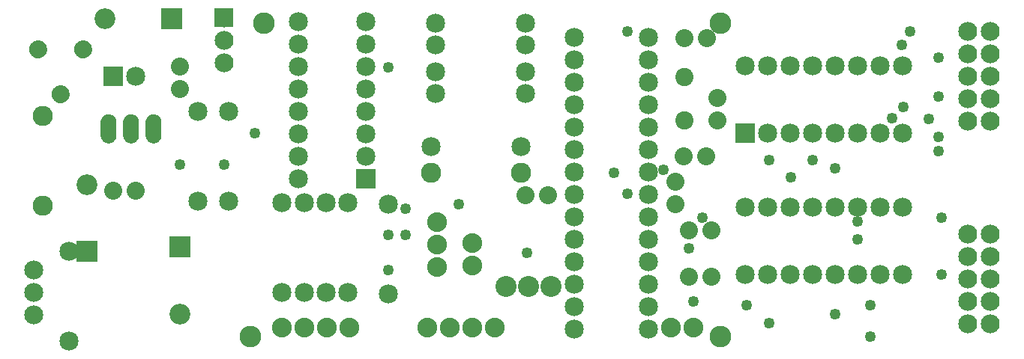
<source format=gts>
G04 MADE WITH FRITZING*
G04 WWW.FRITZING.ORG*
G04 DOUBLE SIDED*
G04 HOLES PLATED*
G04 CONTOUR ON CENTER OF CONTOUR VECTOR*
%ASAXBY*%
%FSLAX23Y23*%
%MOIN*%
%OFA0B0*%
%SFA1.0B1.0*%
%ADD10C,0.049370*%
%ADD11C,0.080925*%
%ADD12C,0.080866*%
%ADD13C,0.080000*%
%ADD14C,0.096614*%
%ADD15C,0.092000*%
%ADD16C,0.088000*%
%ADD17C,0.093307*%
%ADD18C,0.085000*%
%ADD19C,0.084000*%
%ADD20C,0.070000*%
%ADD21C,0.090000*%
%ADD22C,0.084667*%
%ADD23C,0.084695*%
%ADD24R,0.092000X0.092000*%
%ADD25R,0.085000X0.085000*%
%ADD26R,0.010150X0.010150*%
%ADD27C,0.030000*%
%ADD28R,0.001000X0.001000*%
%LNMASK1*%
G90*
G70*
G54D10*
X2305Y449D03*
X3044Y234D03*
G54D11*
X3005Y1041D03*
G54D12*
X3005Y1234D03*
G54D13*
X3101Y880D03*
X3001Y880D03*
X3105Y1407D03*
X3005Y1407D03*
G54D10*
X4134Y966D03*
X4134Y1148D03*
X4008Y1435D03*
X4134Y903D03*
X3970Y1377D03*
X3379Y864D03*
X3575Y864D03*
X3279Y215D03*
X3831Y215D03*
X3831Y76D03*
X3772Y589D03*
X3772Y510D03*
X4146Y608D03*
X4146Y353D03*
G54D14*
X1075Y77D03*
X3162Y1474D03*
X1134Y1474D03*
X3162Y77D03*
G54D10*
X1686Y1277D03*
X1095Y982D03*
X957Y844D03*
X760Y844D03*
X3674Y825D03*
X2749Y1435D03*
X2749Y714D03*
X3083Y608D03*
X3477Y785D03*
X2910Y821D03*
X3379Y136D03*
X3674Y175D03*
X1764Y648D03*
X1764Y529D03*
X1686Y529D03*
X3977Y1100D03*
X3024Y470D03*
X2001Y667D03*
X2690Y805D03*
X1686Y372D03*
X4134Y1321D03*
G54D13*
X3022Y549D03*
X3123Y549D03*
X3150Y1039D03*
X3150Y1140D03*
G54D15*
X760Y475D03*
X760Y175D03*
G54D16*
X1512Y116D03*
X1412Y116D03*
X1312Y116D03*
X1212Y116D03*
G54D17*
X2409Y301D03*
X2309Y301D03*
X2209Y301D03*
G54D16*
X2944Y116D03*
X3044Y116D03*
X2060Y492D03*
X2060Y392D03*
X1902Y588D03*
X1902Y488D03*
X1902Y388D03*
G54D18*
X1876Y923D03*
X2276Y923D03*
X977Y1079D03*
X977Y679D03*
G54D19*
X4264Y1438D03*
X4364Y1438D03*
X4264Y1338D03*
X4364Y1338D03*
X4264Y1238D03*
X4364Y1238D03*
X4264Y1138D03*
X4364Y1138D03*
X4264Y1038D03*
X4364Y1038D03*
X4264Y1438D03*
X4364Y1438D03*
X4264Y1338D03*
X4364Y1338D03*
X4264Y1238D03*
X4364Y1238D03*
X4264Y1138D03*
X4364Y1138D03*
X4264Y1038D03*
X4364Y1038D03*
X4264Y533D03*
X4364Y533D03*
X4264Y433D03*
X4364Y433D03*
X4264Y333D03*
X4364Y333D03*
X4264Y233D03*
X4364Y233D03*
X4264Y133D03*
X4364Y133D03*
X4264Y533D03*
X4364Y533D03*
X4264Y433D03*
X4364Y433D03*
X4264Y333D03*
X4364Y333D03*
X4264Y233D03*
X4364Y233D03*
X4264Y133D03*
X4364Y133D03*
G54D16*
X1860Y116D03*
X1960Y116D03*
X2060Y116D03*
X2160Y116D03*
G54D18*
X2845Y111D03*
X2845Y211D03*
X2845Y311D03*
X2845Y411D03*
X2845Y511D03*
X2845Y611D03*
X2845Y711D03*
X2845Y811D03*
X2845Y911D03*
X2845Y1011D03*
X2845Y1111D03*
X2845Y1211D03*
X2845Y1311D03*
X2512Y1411D03*
X2512Y1311D03*
X2512Y1211D03*
X2512Y1111D03*
X2512Y1011D03*
X2512Y911D03*
X2512Y811D03*
X2512Y711D03*
X2512Y611D03*
X2512Y511D03*
X2512Y411D03*
X2512Y311D03*
X2512Y211D03*
X2512Y111D03*
X2845Y1411D03*
X2845Y111D03*
X2845Y211D03*
X2845Y311D03*
X2845Y411D03*
X2845Y511D03*
X2845Y611D03*
X2845Y711D03*
X2845Y811D03*
X2845Y911D03*
X2845Y1011D03*
X2845Y1111D03*
X2845Y1211D03*
X2845Y1311D03*
X2512Y1411D03*
X2512Y1311D03*
X2512Y1211D03*
X2512Y1111D03*
X2512Y1011D03*
X2512Y911D03*
X2512Y811D03*
X2512Y711D03*
X2512Y611D03*
X2512Y511D03*
X2512Y411D03*
X2512Y311D03*
X2512Y211D03*
X2512Y111D03*
X2845Y1411D03*
G54D19*
X957Y1497D03*
X957Y1397D03*
X957Y1297D03*
X957Y1497D03*
X957Y1397D03*
X957Y1297D03*
G54D18*
X1587Y781D03*
X1287Y781D03*
X1587Y881D03*
X1287Y881D03*
X1587Y981D03*
X1287Y981D03*
X1587Y1081D03*
X1287Y1081D03*
X1587Y1181D03*
X1287Y1181D03*
X1587Y1281D03*
X1287Y1281D03*
X1587Y1381D03*
X1287Y1381D03*
X1587Y1481D03*
X1287Y1481D03*
X3274Y352D03*
X3274Y652D03*
X3374Y352D03*
X3374Y652D03*
X3474Y352D03*
X3474Y652D03*
X3574Y352D03*
X3574Y652D03*
X3674Y352D03*
X3674Y652D03*
X3774Y352D03*
X3774Y652D03*
X3874Y352D03*
X3874Y652D03*
X3974Y352D03*
X3974Y652D03*
X3274Y982D03*
X3274Y1282D03*
X3374Y982D03*
X3374Y1282D03*
X3474Y982D03*
X3474Y1282D03*
X3574Y982D03*
X3574Y1282D03*
X3674Y982D03*
X3674Y1282D03*
X3774Y982D03*
X3774Y1282D03*
X3874Y982D03*
X3874Y1282D03*
X3974Y982D03*
X3974Y1282D03*
G54D15*
X724Y1494D03*
X426Y1494D03*
G54D20*
X644Y1002D03*
X544Y1002D03*
X444Y1002D03*
X644Y1002D03*
X544Y1002D03*
X444Y1002D03*
G54D18*
X464Y1238D03*
X564Y1238D03*
G54D13*
X760Y1279D03*
X760Y1179D03*
G54D18*
X1213Y674D03*
X1213Y274D03*
X1312Y674D03*
X1312Y274D03*
X1410Y674D03*
X1410Y274D03*
X1508Y674D03*
X1508Y274D03*
X2296Y1159D03*
X1896Y1159D03*
X2296Y1258D03*
X1896Y1258D03*
X2296Y1376D03*
X1896Y1376D03*
X2296Y1474D03*
X1896Y1474D03*
G54D21*
X150Y1061D03*
X150Y661D03*
G54D18*
X839Y1079D03*
X839Y679D03*
G54D13*
X463Y726D03*
X564Y726D03*
G54D15*
X347Y456D03*
X347Y754D03*
G54D21*
X2276Y805D03*
X1876Y805D03*
G54D13*
X2396Y707D03*
X2296Y707D03*
X2965Y665D03*
X2965Y766D03*
G54D18*
X1686Y667D03*
X1686Y267D03*
G54D13*
X3123Y344D03*
X3022Y344D03*
G54D18*
X268Y457D03*
X268Y57D03*
G54D22*
X111Y172D03*
X111Y272D03*
G54D23*
X111Y372D03*
G54D10*
X3926Y1049D03*
X4091Y1045D03*
G54D24*
X760Y475D03*
G54D25*
X1587Y781D03*
G54D26*
X1287Y1080D03*
X1287Y1181D03*
X3573Y652D03*
G54D25*
X3274Y982D03*
G54D26*
X3573Y1282D03*
G54D24*
X725Y1494D03*
G54D25*
X464Y1238D03*
G54D24*
X347Y455D03*
G54D27*
G36*
X3246Y380D02*
X3301Y380D01*
X3301Y325D01*
X3246Y325D01*
X3246Y380D01*
G37*
D02*
G54D28*
X915Y1539D02*
X998Y1539D01*
X915Y1538D02*
X998Y1538D01*
X915Y1537D02*
X998Y1537D01*
X915Y1536D02*
X998Y1536D01*
X915Y1535D02*
X998Y1535D01*
X915Y1534D02*
X998Y1534D01*
X915Y1533D02*
X998Y1533D01*
X915Y1532D02*
X998Y1532D01*
X915Y1531D02*
X998Y1531D01*
X915Y1530D02*
X998Y1530D01*
X915Y1529D02*
X998Y1529D01*
X915Y1528D02*
X998Y1528D01*
X915Y1527D02*
X998Y1527D01*
X915Y1526D02*
X998Y1526D01*
X915Y1525D02*
X998Y1525D01*
X915Y1524D02*
X998Y1524D01*
X915Y1523D02*
X998Y1523D01*
X915Y1522D02*
X998Y1522D01*
X915Y1521D02*
X998Y1521D01*
X915Y1520D02*
X998Y1520D01*
X915Y1519D02*
X998Y1519D01*
X915Y1518D02*
X998Y1518D01*
X915Y1517D02*
X998Y1517D01*
X915Y1516D02*
X998Y1516D01*
X915Y1515D02*
X998Y1515D01*
X915Y1514D02*
X998Y1514D01*
X915Y1513D02*
X998Y1513D01*
X915Y1512D02*
X998Y1512D01*
X915Y1511D02*
X951Y1511D01*
X962Y1511D02*
X998Y1511D01*
X915Y1510D02*
X949Y1510D01*
X964Y1510D02*
X998Y1510D01*
X915Y1509D02*
X947Y1509D01*
X966Y1509D02*
X998Y1509D01*
X915Y1508D02*
X946Y1508D01*
X967Y1508D02*
X998Y1508D01*
X915Y1507D02*
X945Y1507D01*
X968Y1507D02*
X998Y1507D01*
X915Y1506D02*
X944Y1506D01*
X969Y1506D02*
X998Y1506D01*
X915Y1505D02*
X944Y1505D01*
X970Y1505D02*
X998Y1505D01*
X915Y1504D02*
X943Y1504D01*
X970Y1504D02*
X998Y1504D01*
X915Y1503D02*
X943Y1503D01*
X971Y1503D02*
X998Y1503D01*
X915Y1502D02*
X942Y1502D01*
X971Y1502D02*
X998Y1502D01*
X915Y1501D02*
X942Y1501D01*
X971Y1501D02*
X998Y1501D01*
X915Y1500D02*
X942Y1500D01*
X972Y1500D02*
X998Y1500D01*
X915Y1499D02*
X942Y1499D01*
X972Y1499D02*
X998Y1499D01*
X915Y1498D02*
X942Y1498D01*
X972Y1498D02*
X998Y1498D01*
X915Y1497D02*
X942Y1497D01*
X972Y1497D02*
X998Y1497D01*
X915Y1496D02*
X942Y1496D01*
X972Y1496D02*
X998Y1496D01*
X915Y1495D02*
X942Y1495D01*
X972Y1495D02*
X998Y1495D01*
X915Y1494D02*
X942Y1494D01*
X972Y1494D02*
X998Y1494D01*
X915Y1493D02*
X942Y1493D01*
X971Y1493D02*
X998Y1493D01*
X915Y1492D02*
X942Y1492D01*
X971Y1492D02*
X998Y1492D01*
X915Y1491D02*
X943Y1491D01*
X971Y1491D02*
X998Y1491D01*
X915Y1490D02*
X943Y1490D01*
X970Y1490D02*
X998Y1490D01*
X915Y1489D02*
X944Y1489D01*
X969Y1489D02*
X998Y1489D01*
X915Y1488D02*
X945Y1488D01*
X969Y1488D02*
X998Y1488D01*
X915Y1487D02*
X946Y1487D01*
X968Y1487D02*
X998Y1487D01*
X915Y1486D02*
X947Y1486D01*
X967Y1486D02*
X998Y1486D01*
X915Y1485D02*
X948Y1485D01*
X965Y1485D02*
X998Y1485D01*
X915Y1484D02*
X950Y1484D01*
X964Y1484D02*
X998Y1484D01*
X915Y1483D02*
X952Y1483D01*
X961Y1483D02*
X998Y1483D01*
X915Y1482D02*
X998Y1482D01*
X915Y1481D02*
X998Y1481D01*
X915Y1480D02*
X998Y1480D01*
X915Y1479D02*
X998Y1479D01*
X915Y1478D02*
X998Y1478D01*
X915Y1477D02*
X998Y1477D01*
X915Y1476D02*
X998Y1476D01*
X915Y1475D02*
X998Y1475D01*
X915Y1474D02*
X998Y1474D01*
X915Y1473D02*
X998Y1473D01*
X915Y1472D02*
X998Y1472D01*
X915Y1471D02*
X998Y1471D01*
X915Y1470D02*
X998Y1470D01*
X915Y1469D02*
X998Y1469D01*
X915Y1468D02*
X998Y1468D01*
X915Y1467D02*
X998Y1467D01*
X915Y1466D02*
X998Y1466D01*
X915Y1465D02*
X998Y1465D01*
X915Y1464D02*
X998Y1464D01*
X915Y1463D02*
X998Y1463D01*
X915Y1462D02*
X998Y1462D01*
X915Y1461D02*
X998Y1461D01*
X915Y1460D02*
X998Y1460D01*
X915Y1459D02*
X998Y1459D01*
X915Y1458D02*
X998Y1458D01*
X915Y1457D02*
X998Y1457D01*
X915Y1456D02*
X998Y1456D01*
X126Y1396D02*
X134Y1396D01*
X326Y1396D02*
X334Y1396D01*
X121Y1395D02*
X139Y1395D01*
X321Y1395D02*
X339Y1395D01*
X117Y1394D02*
X143Y1394D01*
X317Y1394D02*
X343Y1394D01*
X115Y1393D02*
X145Y1393D01*
X315Y1393D02*
X345Y1393D01*
X113Y1392D02*
X147Y1392D01*
X313Y1392D02*
X347Y1392D01*
X111Y1391D02*
X149Y1391D01*
X311Y1391D02*
X349Y1391D01*
X109Y1390D02*
X151Y1390D01*
X309Y1390D02*
X351Y1390D01*
X108Y1389D02*
X152Y1389D01*
X308Y1389D02*
X352Y1389D01*
X106Y1388D02*
X154Y1388D01*
X306Y1388D02*
X354Y1388D01*
X105Y1387D02*
X155Y1387D01*
X305Y1387D02*
X355Y1387D01*
X104Y1386D02*
X156Y1386D01*
X304Y1386D02*
X356Y1386D01*
X103Y1385D02*
X157Y1385D01*
X303Y1385D02*
X357Y1385D01*
X102Y1384D02*
X158Y1384D01*
X302Y1384D02*
X358Y1384D01*
X101Y1383D02*
X159Y1383D01*
X301Y1383D02*
X359Y1383D01*
X100Y1382D02*
X160Y1382D01*
X300Y1382D02*
X360Y1382D01*
X99Y1381D02*
X161Y1381D01*
X299Y1381D02*
X361Y1381D01*
X98Y1380D02*
X162Y1380D01*
X298Y1380D02*
X362Y1380D01*
X98Y1379D02*
X162Y1379D01*
X298Y1379D02*
X362Y1379D01*
X97Y1378D02*
X163Y1378D01*
X297Y1378D02*
X363Y1378D01*
X96Y1377D02*
X164Y1377D01*
X296Y1377D02*
X364Y1377D01*
X96Y1376D02*
X164Y1376D01*
X296Y1376D02*
X364Y1376D01*
X95Y1375D02*
X165Y1375D01*
X295Y1375D02*
X365Y1375D01*
X95Y1374D02*
X165Y1374D01*
X295Y1374D02*
X365Y1374D01*
X94Y1373D02*
X166Y1373D01*
X294Y1373D02*
X366Y1373D01*
X94Y1372D02*
X166Y1372D01*
X294Y1372D02*
X366Y1372D01*
X93Y1371D02*
X167Y1371D01*
X293Y1371D02*
X367Y1371D01*
X93Y1370D02*
X167Y1370D01*
X293Y1370D02*
X367Y1370D01*
X93Y1369D02*
X167Y1369D01*
X293Y1369D02*
X367Y1369D01*
X92Y1368D02*
X168Y1368D01*
X292Y1368D02*
X368Y1368D01*
X92Y1367D02*
X168Y1367D01*
X292Y1367D02*
X368Y1367D01*
X92Y1366D02*
X168Y1366D01*
X292Y1366D02*
X368Y1366D01*
X92Y1365D02*
X168Y1365D01*
X292Y1365D02*
X368Y1365D01*
X91Y1364D02*
X169Y1364D01*
X291Y1364D02*
X369Y1364D01*
X91Y1363D02*
X169Y1363D01*
X291Y1363D02*
X369Y1363D01*
X91Y1362D02*
X169Y1362D01*
X291Y1362D02*
X369Y1362D01*
X91Y1361D02*
X169Y1361D01*
X291Y1361D02*
X369Y1361D01*
X91Y1360D02*
X169Y1360D01*
X291Y1360D02*
X369Y1360D01*
X91Y1359D02*
X169Y1359D01*
X291Y1359D02*
X369Y1359D01*
X91Y1358D02*
X169Y1358D01*
X291Y1358D02*
X369Y1358D01*
X91Y1357D02*
X169Y1357D01*
X291Y1357D02*
X369Y1357D01*
X91Y1356D02*
X169Y1356D01*
X291Y1356D02*
X369Y1356D01*
X91Y1355D02*
X169Y1355D01*
X291Y1355D02*
X369Y1355D01*
X91Y1354D02*
X169Y1354D01*
X291Y1354D02*
X369Y1354D01*
X91Y1353D02*
X169Y1353D01*
X291Y1353D02*
X369Y1353D01*
X91Y1352D02*
X169Y1352D01*
X291Y1352D02*
X369Y1352D01*
X91Y1351D02*
X169Y1351D01*
X291Y1351D02*
X369Y1351D01*
X91Y1350D02*
X169Y1350D01*
X291Y1350D02*
X369Y1350D01*
X91Y1349D02*
X169Y1349D01*
X291Y1349D02*
X369Y1349D01*
X91Y1348D02*
X169Y1348D01*
X291Y1348D02*
X369Y1348D01*
X92Y1347D02*
X168Y1347D01*
X292Y1347D02*
X368Y1347D01*
X92Y1346D02*
X168Y1346D01*
X292Y1346D02*
X368Y1346D01*
X92Y1345D02*
X168Y1345D01*
X292Y1345D02*
X368Y1345D01*
X93Y1344D02*
X168Y1344D01*
X292Y1344D02*
X368Y1344D01*
X93Y1343D02*
X167Y1343D01*
X293Y1343D02*
X367Y1343D01*
X93Y1342D02*
X167Y1342D01*
X293Y1342D02*
X367Y1342D01*
X94Y1341D02*
X166Y1341D01*
X294Y1341D02*
X366Y1341D01*
X94Y1340D02*
X166Y1340D01*
X294Y1340D02*
X366Y1340D01*
X95Y1339D02*
X166Y1339D01*
X294Y1339D02*
X365Y1339D01*
X95Y1338D02*
X165Y1338D01*
X295Y1338D02*
X365Y1338D01*
X96Y1337D02*
X164Y1337D01*
X296Y1337D02*
X364Y1337D01*
X96Y1336D02*
X164Y1336D01*
X296Y1336D02*
X364Y1336D01*
X97Y1335D02*
X163Y1335D01*
X297Y1335D02*
X363Y1335D01*
X97Y1334D02*
X163Y1334D01*
X297Y1334D02*
X363Y1334D01*
X98Y1333D02*
X162Y1333D01*
X298Y1333D02*
X362Y1333D01*
X99Y1332D02*
X161Y1332D01*
X299Y1332D02*
X361Y1332D01*
X100Y1331D02*
X160Y1331D01*
X300Y1331D02*
X360Y1331D01*
X100Y1330D02*
X160Y1330D01*
X300Y1330D02*
X360Y1330D01*
X101Y1329D02*
X159Y1329D01*
X301Y1329D02*
X359Y1329D01*
X102Y1328D02*
X158Y1328D01*
X302Y1328D02*
X358Y1328D01*
X103Y1327D02*
X157Y1327D01*
X303Y1327D02*
X357Y1327D01*
X104Y1326D02*
X156Y1326D01*
X304Y1326D02*
X356Y1326D01*
X106Y1325D02*
X154Y1325D01*
X306Y1325D02*
X354Y1325D01*
X107Y1324D02*
X153Y1324D01*
X307Y1324D02*
X353Y1324D01*
X108Y1323D02*
X152Y1323D01*
X308Y1323D02*
X352Y1323D01*
X110Y1322D02*
X150Y1322D01*
X310Y1322D02*
X350Y1322D01*
X112Y1321D02*
X148Y1321D01*
X312Y1321D02*
X348Y1321D01*
X114Y1320D02*
X146Y1320D01*
X314Y1320D02*
X346Y1320D01*
X116Y1319D02*
X144Y1319D01*
X316Y1319D02*
X344Y1319D01*
X119Y1318D02*
X141Y1318D01*
X319Y1318D02*
X341Y1318D01*
X124Y1317D02*
X136Y1317D01*
X324Y1317D02*
X336Y1317D01*
X226Y1196D02*
X234Y1196D01*
X221Y1195D02*
X239Y1195D01*
X217Y1194D02*
X243Y1194D01*
X215Y1193D02*
X245Y1193D01*
X213Y1192D02*
X248Y1192D01*
X211Y1191D02*
X249Y1191D01*
X209Y1190D02*
X251Y1190D01*
X208Y1189D02*
X252Y1189D01*
X206Y1188D02*
X254Y1188D01*
X205Y1187D02*
X255Y1187D01*
X204Y1186D02*
X256Y1186D01*
X203Y1185D02*
X257Y1185D01*
X202Y1184D02*
X258Y1184D01*
X201Y1183D02*
X259Y1183D01*
X200Y1182D02*
X260Y1182D01*
X199Y1181D02*
X261Y1181D01*
X198Y1180D02*
X262Y1180D01*
X198Y1179D02*
X262Y1179D01*
X197Y1178D02*
X263Y1178D01*
X196Y1177D02*
X264Y1177D01*
X196Y1176D02*
X264Y1176D01*
X195Y1175D02*
X265Y1175D01*
X195Y1174D02*
X265Y1174D01*
X194Y1173D02*
X266Y1173D01*
X194Y1172D02*
X266Y1172D01*
X193Y1171D02*
X267Y1171D01*
X193Y1170D02*
X267Y1170D01*
X193Y1169D02*
X267Y1169D01*
X192Y1168D02*
X268Y1168D01*
X192Y1167D02*
X268Y1167D01*
X192Y1166D02*
X268Y1166D01*
X192Y1165D02*
X268Y1165D01*
X191Y1164D02*
X269Y1164D01*
X191Y1163D02*
X269Y1163D01*
X191Y1162D02*
X269Y1162D01*
X191Y1161D02*
X269Y1161D01*
X191Y1160D02*
X269Y1160D01*
X191Y1159D02*
X269Y1159D01*
X191Y1158D02*
X269Y1158D01*
X191Y1157D02*
X269Y1157D01*
X191Y1156D02*
X269Y1156D01*
X191Y1155D02*
X269Y1155D01*
X191Y1154D02*
X269Y1154D01*
X191Y1153D02*
X269Y1153D01*
X191Y1152D02*
X269Y1152D01*
X191Y1151D02*
X269Y1151D01*
X191Y1150D02*
X269Y1150D01*
X191Y1149D02*
X269Y1149D01*
X191Y1148D02*
X269Y1148D01*
X192Y1147D02*
X268Y1147D01*
X192Y1146D02*
X268Y1146D01*
X192Y1145D02*
X268Y1145D01*
X193Y1144D02*
X268Y1144D01*
X193Y1143D02*
X267Y1143D01*
X193Y1142D02*
X267Y1142D01*
X194Y1141D02*
X266Y1141D01*
X194Y1140D02*
X266Y1140D01*
X195Y1139D02*
X265Y1139D01*
X195Y1138D02*
X265Y1138D01*
X196Y1137D02*
X264Y1137D01*
X196Y1136D02*
X264Y1136D01*
X197Y1135D02*
X263Y1135D01*
X197Y1134D02*
X263Y1134D01*
X198Y1133D02*
X262Y1133D01*
X199Y1132D02*
X261Y1132D01*
X200Y1131D02*
X260Y1131D01*
X201Y1130D02*
X260Y1130D01*
X201Y1129D02*
X259Y1129D01*
X202Y1128D02*
X258Y1128D01*
X203Y1127D02*
X257Y1127D01*
X205Y1126D02*
X255Y1126D01*
X206Y1125D02*
X254Y1125D01*
X207Y1124D02*
X253Y1124D01*
X209Y1123D02*
X251Y1123D01*
X210Y1122D02*
X250Y1122D01*
X212Y1121D02*
X248Y1121D01*
X214Y1120D02*
X246Y1120D01*
X216Y1119D02*
X244Y1119D01*
X219Y1118D02*
X241Y1118D01*
X224Y1117D02*
X236Y1117D01*
X443Y1067D02*
X444Y1067D01*
X543Y1067D02*
X544Y1067D01*
X643Y1067D02*
X644Y1067D01*
X436Y1066D02*
X451Y1066D01*
X536Y1066D02*
X551Y1066D01*
X636Y1066D02*
X651Y1066D01*
X432Y1065D02*
X454Y1065D01*
X532Y1065D02*
X554Y1065D01*
X632Y1065D02*
X654Y1065D01*
X430Y1064D02*
X457Y1064D01*
X530Y1064D02*
X557Y1064D01*
X630Y1064D02*
X657Y1064D01*
X428Y1063D02*
X459Y1063D01*
X528Y1063D02*
X559Y1063D01*
X628Y1063D02*
X659Y1063D01*
X426Y1062D02*
X461Y1062D01*
X526Y1062D02*
X561Y1062D01*
X626Y1062D02*
X661Y1062D01*
X424Y1061D02*
X462Y1061D01*
X524Y1061D02*
X562Y1061D01*
X624Y1061D02*
X662Y1061D01*
X423Y1060D02*
X464Y1060D01*
X523Y1060D02*
X564Y1060D01*
X623Y1060D02*
X664Y1060D01*
X422Y1059D02*
X465Y1059D01*
X522Y1059D02*
X565Y1059D01*
X622Y1059D02*
X665Y1059D01*
X420Y1058D02*
X466Y1058D01*
X520Y1058D02*
X566Y1058D01*
X620Y1058D02*
X666Y1058D01*
X419Y1057D02*
X467Y1057D01*
X519Y1057D02*
X567Y1057D01*
X619Y1057D02*
X667Y1057D01*
X418Y1056D02*
X468Y1056D01*
X518Y1056D02*
X568Y1056D01*
X618Y1056D02*
X668Y1056D01*
X418Y1055D02*
X469Y1055D01*
X517Y1055D02*
X569Y1055D01*
X617Y1055D02*
X669Y1055D01*
X417Y1054D02*
X470Y1054D01*
X517Y1054D02*
X570Y1054D01*
X617Y1054D02*
X670Y1054D01*
X416Y1053D02*
X471Y1053D01*
X516Y1053D02*
X571Y1053D01*
X616Y1053D02*
X671Y1053D01*
X415Y1052D02*
X472Y1052D01*
X515Y1052D02*
X572Y1052D01*
X615Y1052D02*
X672Y1052D01*
X415Y1051D02*
X472Y1051D01*
X515Y1051D02*
X572Y1051D01*
X615Y1051D02*
X672Y1051D01*
X414Y1050D02*
X473Y1050D01*
X514Y1050D02*
X573Y1050D01*
X614Y1050D02*
X673Y1050D01*
X413Y1049D02*
X473Y1049D01*
X513Y1049D02*
X573Y1049D01*
X613Y1049D02*
X673Y1049D01*
X413Y1048D02*
X474Y1048D01*
X513Y1048D02*
X574Y1048D01*
X613Y1048D02*
X674Y1048D01*
X412Y1047D02*
X474Y1047D01*
X512Y1047D02*
X574Y1047D01*
X612Y1047D02*
X674Y1047D01*
X412Y1046D02*
X475Y1046D01*
X512Y1046D02*
X575Y1046D01*
X612Y1046D02*
X675Y1046D01*
X411Y1045D02*
X475Y1045D01*
X511Y1045D02*
X575Y1045D01*
X611Y1045D02*
X675Y1045D01*
X411Y1044D02*
X476Y1044D01*
X511Y1044D02*
X576Y1044D01*
X611Y1044D02*
X676Y1044D01*
X411Y1043D02*
X476Y1043D01*
X511Y1043D02*
X576Y1043D01*
X611Y1043D02*
X676Y1043D01*
X410Y1042D02*
X476Y1042D01*
X510Y1042D02*
X576Y1042D01*
X610Y1042D02*
X676Y1042D01*
X410Y1041D02*
X477Y1041D01*
X510Y1041D02*
X577Y1041D01*
X610Y1041D02*
X677Y1041D01*
X410Y1040D02*
X477Y1040D01*
X510Y1040D02*
X577Y1040D01*
X610Y1040D02*
X677Y1040D01*
X410Y1039D02*
X477Y1039D01*
X510Y1039D02*
X577Y1039D01*
X610Y1039D02*
X677Y1039D01*
X409Y1038D02*
X477Y1038D01*
X509Y1038D02*
X577Y1038D01*
X609Y1038D02*
X677Y1038D01*
X409Y1037D02*
X477Y1037D01*
X509Y1037D02*
X577Y1037D01*
X609Y1037D02*
X677Y1037D01*
X409Y1036D02*
X478Y1036D01*
X509Y1036D02*
X578Y1036D01*
X609Y1036D02*
X678Y1036D01*
X409Y1035D02*
X478Y1035D01*
X509Y1035D02*
X578Y1035D01*
X609Y1035D02*
X678Y1035D01*
X409Y1034D02*
X478Y1034D01*
X509Y1034D02*
X578Y1034D01*
X609Y1034D02*
X678Y1034D01*
X409Y1033D02*
X478Y1033D01*
X509Y1033D02*
X578Y1033D01*
X609Y1033D02*
X678Y1033D01*
X409Y1032D02*
X478Y1032D01*
X509Y1032D02*
X578Y1032D01*
X609Y1032D02*
X678Y1032D01*
X409Y1031D02*
X478Y1031D01*
X509Y1031D02*
X578Y1031D01*
X609Y1031D02*
X678Y1031D01*
X409Y1030D02*
X478Y1030D01*
X509Y1030D02*
X578Y1030D01*
X609Y1030D02*
X678Y1030D01*
X409Y1029D02*
X478Y1029D01*
X509Y1029D02*
X578Y1029D01*
X609Y1029D02*
X678Y1029D01*
X409Y1028D02*
X478Y1028D01*
X509Y1028D02*
X578Y1028D01*
X609Y1028D02*
X678Y1028D01*
X409Y1027D02*
X478Y1027D01*
X509Y1027D02*
X578Y1027D01*
X609Y1027D02*
X678Y1027D01*
X409Y1026D02*
X478Y1026D01*
X509Y1026D02*
X578Y1026D01*
X609Y1026D02*
X678Y1026D01*
X409Y1025D02*
X478Y1025D01*
X509Y1025D02*
X578Y1025D01*
X609Y1025D02*
X678Y1025D01*
X409Y1024D02*
X478Y1024D01*
X509Y1024D02*
X578Y1024D01*
X609Y1024D02*
X678Y1024D01*
X409Y1023D02*
X478Y1023D01*
X509Y1023D02*
X578Y1023D01*
X609Y1023D02*
X678Y1023D01*
X409Y1022D02*
X478Y1022D01*
X509Y1022D02*
X578Y1022D01*
X609Y1022D02*
X678Y1022D01*
X409Y1021D02*
X478Y1021D01*
X509Y1021D02*
X578Y1021D01*
X609Y1021D02*
X678Y1021D01*
X409Y1020D02*
X478Y1020D01*
X509Y1020D02*
X578Y1020D01*
X609Y1020D02*
X678Y1020D01*
X409Y1019D02*
X478Y1019D01*
X509Y1019D02*
X578Y1019D01*
X609Y1019D02*
X678Y1019D01*
X409Y1018D02*
X478Y1018D01*
X509Y1018D02*
X578Y1018D01*
X609Y1018D02*
X678Y1018D01*
X409Y1017D02*
X442Y1017D01*
X445Y1017D02*
X478Y1017D01*
X509Y1017D02*
X542Y1017D01*
X545Y1017D02*
X578Y1017D01*
X609Y1017D02*
X642Y1017D01*
X645Y1017D02*
X678Y1017D01*
X409Y1016D02*
X437Y1016D01*
X450Y1016D02*
X478Y1016D01*
X509Y1016D02*
X537Y1016D01*
X550Y1016D02*
X578Y1016D01*
X609Y1016D02*
X637Y1016D01*
X650Y1016D02*
X678Y1016D01*
X409Y1015D02*
X435Y1015D01*
X451Y1015D02*
X478Y1015D01*
X509Y1015D02*
X535Y1015D01*
X551Y1015D02*
X578Y1015D01*
X609Y1015D02*
X635Y1015D01*
X651Y1015D02*
X678Y1015D01*
X409Y1014D02*
X434Y1014D01*
X453Y1014D02*
X478Y1014D01*
X509Y1014D02*
X534Y1014D01*
X553Y1014D02*
X578Y1014D01*
X609Y1014D02*
X634Y1014D01*
X653Y1014D02*
X678Y1014D01*
X409Y1013D02*
X433Y1013D01*
X454Y1013D02*
X478Y1013D01*
X509Y1013D02*
X533Y1013D01*
X554Y1013D02*
X578Y1013D01*
X609Y1013D02*
X633Y1013D01*
X654Y1013D02*
X678Y1013D01*
X409Y1012D02*
X432Y1012D01*
X455Y1012D02*
X478Y1012D01*
X509Y1012D02*
X532Y1012D01*
X555Y1012D02*
X578Y1012D01*
X609Y1012D02*
X632Y1012D01*
X655Y1012D02*
X678Y1012D01*
X409Y1011D02*
X431Y1011D01*
X456Y1011D02*
X478Y1011D01*
X509Y1011D02*
X531Y1011D01*
X556Y1011D02*
X578Y1011D01*
X609Y1011D02*
X631Y1011D01*
X656Y1011D02*
X678Y1011D01*
X409Y1010D02*
X430Y1010D01*
X457Y1010D02*
X478Y1010D01*
X509Y1010D02*
X530Y1010D01*
X557Y1010D02*
X578Y1010D01*
X609Y1010D02*
X630Y1010D01*
X657Y1010D02*
X678Y1010D01*
X409Y1009D02*
X430Y1009D01*
X457Y1009D02*
X478Y1009D01*
X509Y1009D02*
X530Y1009D01*
X557Y1009D02*
X578Y1009D01*
X609Y1009D02*
X630Y1009D01*
X657Y1009D02*
X678Y1009D01*
X409Y1008D02*
X429Y1008D01*
X458Y1008D02*
X478Y1008D01*
X509Y1008D02*
X529Y1008D01*
X558Y1008D02*
X578Y1008D01*
X609Y1008D02*
X629Y1008D01*
X658Y1008D02*
X678Y1008D01*
X409Y1007D02*
X429Y1007D01*
X458Y1007D02*
X478Y1007D01*
X509Y1007D02*
X529Y1007D01*
X558Y1007D02*
X578Y1007D01*
X609Y1007D02*
X629Y1007D01*
X658Y1007D02*
X678Y1007D01*
X409Y1006D02*
X428Y1006D01*
X458Y1006D02*
X478Y1006D01*
X509Y1006D02*
X528Y1006D01*
X558Y1006D02*
X578Y1006D01*
X609Y1006D02*
X628Y1006D01*
X658Y1006D02*
X678Y1006D01*
X409Y1005D02*
X428Y1005D01*
X459Y1005D02*
X478Y1005D01*
X509Y1005D02*
X528Y1005D01*
X559Y1005D02*
X578Y1005D01*
X609Y1005D02*
X628Y1005D01*
X659Y1005D02*
X678Y1005D01*
X409Y1004D02*
X428Y1004D01*
X459Y1004D02*
X478Y1004D01*
X509Y1004D02*
X528Y1004D01*
X559Y1004D02*
X578Y1004D01*
X609Y1004D02*
X628Y1004D01*
X659Y1004D02*
X678Y1004D01*
X409Y1003D02*
X428Y1003D01*
X459Y1003D02*
X478Y1003D01*
X509Y1003D02*
X528Y1003D01*
X559Y1003D02*
X578Y1003D01*
X609Y1003D02*
X628Y1003D01*
X659Y1003D02*
X678Y1003D01*
X409Y1002D02*
X428Y1002D01*
X459Y1002D02*
X478Y1002D01*
X509Y1002D02*
X528Y1002D01*
X559Y1002D02*
X578Y1002D01*
X609Y1002D02*
X628Y1002D01*
X659Y1002D02*
X678Y1002D01*
X409Y1001D02*
X428Y1001D01*
X459Y1001D02*
X478Y1001D01*
X509Y1001D02*
X528Y1001D01*
X559Y1001D02*
X578Y1001D01*
X609Y1001D02*
X628Y1001D01*
X659Y1001D02*
X678Y1001D01*
X409Y1000D02*
X428Y1000D01*
X459Y1000D02*
X478Y1000D01*
X509Y1000D02*
X528Y1000D01*
X559Y1000D02*
X578Y1000D01*
X609Y1000D02*
X628Y1000D01*
X659Y1000D02*
X678Y1000D01*
X409Y999D02*
X428Y999D01*
X459Y999D02*
X478Y999D01*
X509Y999D02*
X528Y999D01*
X559Y999D02*
X578Y999D01*
X609Y999D02*
X628Y999D01*
X659Y999D02*
X678Y999D01*
X409Y998D02*
X428Y998D01*
X458Y998D02*
X478Y998D01*
X509Y998D02*
X528Y998D01*
X558Y998D02*
X578Y998D01*
X609Y998D02*
X628Y998D01*
X658Y998D02*
X678Y998D01*
X409Y997D02*
X429Y997D01*
X458Y997D02*
X478Y997D01*
X509Y997D02*
X529Y997D01*
X558Y997D02*
X578Y997D01*
X609Y997D02*
X629Y997D01*
X658Y997D02*
X678Y997D01*
X409Y996D02*
X429Y996D01*
X458Y996D02*
X478Y996D01*
X509Y996D02*
X529Y996D01*
X558Y996D02*
X578Y996D01*
X609Y996D02*
X629Y996D01*
X658Y996D02*
X678Y996D01*
X409Y995D02*
X430Y995D01*
X457Y995D02*
X478Y995D01*
X509Y995D02*
X530Y995D01*
X557Y995D02*
X578Y995D01*
X609Y995D02*
X630Y995D01*
X657Y995D02*
X678Y995D01*
X409Y994D02*
X430Y994D01*
X457Y994D02*
X478Y994D01*
X509Y994D02*
X530Y994D01*
X557Y994D02*
X578Y994D01*
X609Y994D02*
X630Y994D01*
X657Y994D02*
X678Y994D01*
X409Y993D02*
X431Y993D01*
X456Y993D02*
X478Y993D01*
X509Y993D02*
X531Y993D01*
X556Y993D02*
X578Y993D01*
X609Y993D02*
X631Y993D01*
X656Y993D02*
X678Y993D01*
X409Y992D02*
X432Y992D01*
X455Y992D02*
X478Y992D01*
X509Y992D02*
X532Y992D01*
X555Y992D02*
X578Y992D01*
X609Y992D02*
X632Y992D01*
X655Y992D02*
X678Y992D01*
X409Y991D02*
X433Y991D01*
X454Y991D02*
X478Y991D01*
X509Y991D02*
X533Y991D01*
X554Y991D02*
X578Y991D01*
X609Y991D02*
X633Y991D01*
X654Y991D02*
X678Y991D01*
X409Y990D02*
X434Y990D01*
X453Y990D02*
X478Y990D01*
X509Y990D02*
X534Y990D01*
X553Y990D02*
X578Y990D01*
X609Y990D02*
X634Y990D01*
X653Y990D02*
X678Y990D01*
X409Y989D02*
X436Y989D01*
X451Y989D02*
X478Y989D01*
X509Y989D02*
X536Y989D01*
X551Y989D02*
X578Y989D01*
X609Y989D02*
X635Y989D01*
X651Y989D02*
X678Y989D01*
X409Y988D02*
X438Y988D01*
X449Y988D02*
X478Y988D01*
X509Y988D02*
X538Y988D01*
X549Y988D02*
X578Y988D01*
X609Y988D02*
X638Y988D01*
X649Y988D02*
X678Y988D01*
X409Y987D02*
X478Y987D01*
X509Y987D02*
X578Y987D01*
X609Y987D02*
X678Y987D01*
X409Y986D02*
X478Y986D01*
X509Y986D02*
X578Y986D01*
X609Y986D02*
X678Y986D01*
X409Y985D02*
X478Y985D01*
X509Y985D02*
X578Y985D01*
X609Y985D02*
X678Y985D01*
X409Y984D02*
X478Y984D01*
X509Y984D02*
X578Y984D01*
X609Y984D02*
X678Y984D01*
X409Y983D02*
X478Y983D01*
X509Y983D02*
X578Y983D01*
X609Y983D02*
X678Y983D01*
X409Y982D02*
X478Y982D01*
X509Y982D02*
X578Y982D01*
X609Y982D02*
X678Y982D01*
X409Y981D02*
X478Y981D01*
X509Y981D02*
X578Y981D01*
X609Y981D02*
X678Y981D01*
X409Y980D02*
X478Y980D01*
X509Y980D02*
X578Y980D01*
X609Y980D02*
X678Y980D01*
X409Y979D02*
X478Y979D01*
X509Y979D02*
X578Y979D01*
X609Y979D02*
X678Y979D01*
X409Y978D02*
X478Y978D01*
X509Y978D02*
X578Y978D01*
X609Y978D02*
X678Y978D01*
X409Y977D02*
X478Y977D01*
X509Y977D02*
X578Y977D01*
X609Y977D02*
X678Y977D01*
X409Y976D02*
X478Y976D01*
X509Y976D02*
X578Y976D01*
X609Y976D02*
X678Y976D01*
X409Y975D02*
X478Y975D01*
X509Y975D02*
X578Y975D01*
X609Y975D02*
X678Y975D01*
X409Y974D02*
X478Y974D01*
X509Y974D02*
X578Y974D01*
X609Y974D02*
X678Y974D01*
X409Y973D02*
X478Y973D01*
X509Y973D02*
X578Y973D01*
X609Y973D02*
X678Y973D01*
X409Y972D02*
X478Y972D01*
X509Y972D02*
X578Y972D01*
X609Y972D02*
X678Y972D01*
X409Y971D02*
X478Y971D01*
X509Y971D02*
X578Y971D01*
X609Y971D02*
X678Y971D01*
X409Y970D02*
X478Y970D01*
X509Y970D02*
X578Y970D01*
X609Y970D02*
X678Y970D01*
X409Y969D02*
X478Y969D01*
X509Y969D02*
X578Y969D01*
X609Y969D02*
X678Y969D01*
X409Y968D02*
X478Y968D01*
X509Y968D02*
X578Y968D01*
X609Y968D02*
X678Y968D01*
X409Y967D02*
X477Y967D01*
X509Y967D02*
X577Y967D01*
X609Y967D02*
X677Y967D01*
X409Y966D02*
X477Y966D01*
X509Y966D02*
X577Y966D01*
X609Y966D02*
X677Y966D01*
X410Y965D02*
X477Y965D01*
X510Y965D02*
X577Y965D01*
X610Y965D02*
X677Y965D01*
X410Y964D02*
X477Y964D01*
X510Y964D02*
X577Y964D01*
X610Y964D02*
X677Y964D01*
X410Y963D02*
X477Y963D01*
X510Y963D02*
X577Y963D01*
X610Y963D02*
X677Y963D01*
X410Y962D02*
X476Y962D01*
X510Y962D02*
X576Y962D01*
X610Y962D02*
X676Y962D01*
X411Y961D02*
X476Y961D01*
X511Y961D02*
X576Y961D01*
X611Y961D02*
X676Y961D01*
X411Y960D02*
X476Y960D01*
X511Y960D02*
X576Y960D01*
X611Y960D02*
X676Y960D01*
X412Y959D02*
X475Y959D01*
X512Y959D02*
X575Y959D01*
X612Y959D02*
X675Y959D01*
X412Y958D02*
X475Y958D01*
X512Y958D02*
X575Y958D01*
X612Y958D02*
X675Y958D01*
X412Y957D02*
X474Y957D01*
X512Y957D02*
X574Y957D01*
X612Y957D02*
X674Y957D01*
X413Y956D02*
X474Y956D01*
X513Y956D02*
X574Y956D01*
X613Y956D02*
X674Y956D01*
X413Y955D02*
X473Y955D01*
X513Y955D02*
X573Y955D01*
X613Y955D02*
X673Y955D01*
X414Y954D02*
X473Y954D01*
X514Y954D02*
X573Y954D01*
X614Y954D02*
X673Y954D01*
X415Y953D02*
X472Y953D01*
X515Y953D02*
X572Y953D01*
X615Y953D02*
X672Y953D01*
X415Y952D02*
X471Y952D01*
X515Y952D02*
X571Y952D01*
X615Y952D02*
X671Y952D01*
X416Y951D02*
X471Y951D01*
X516Y951D02*
X571Y951D01*
X616Y951D02*
X671Y951D01*
X417Y950D02*
X470Y950D01*
X517Y950D02*
X570Y950D01*
X617Y950D02*
X670Y950D01*
X418Y949D02*
X469Y949D01*
X518Y949D02*
X569Y949D01*
X618Y949D02*
X669Y949D01*
X419Y948D02*
X468Y948D01*
X519Y948D02*
X568Y948D01*
X619Y948D02*
X668Y948D01*
X420Y947D02*
X467Y947D01*
X520Y947D02*
X567Y947D01*
X619Y947D02*
X667Y947D01*
X421Y946D02*
X466Y946D01*
X521Y946D02*
X566Y946D01*
X621Y946D02*
X666Y946D01*
X422Y945D02*
X465Y945D01*
X522Y945D02*
X565Y945D01*
X622Y945D02*
X665Y945D01*
X423Y944D02*
X464Y944D01*
X523Y944D02*
X564Y944D01*
X623Y944D02*
X664Y944D01*
X425Y943D02*
X462Y943D01*
X525Y943D02*
X562Y943D01*
X625Y943D02*
X662Y943D01*
X426Y942D02*
X461Y942D01*
X526Y942D02*
X561Y942D01*
X626Y942D02*
X661Y942D01*
X428Y941D02*
X459Y941D01*
X528Y941D02*
X559Y941D01*
X628Y941D02*
X659Y941D01*
X430Y940D02*
X457Y940D01*
X530Y940D02*
X557Y940D01*
X630Y940D02*
X657Y940D01*
X433Y939D02*
X454Y939D01*
X533Y939D02*
X554Y939D01*
X633Y939D02*
X654Y939D01*
X436Y938D02*
X450Y938D01*
X536Y938D02*
X550Y938D01*
X636Y938D02*
X650Y938D01*
D02*
G04 End of Mask1*
M02*
</source>
